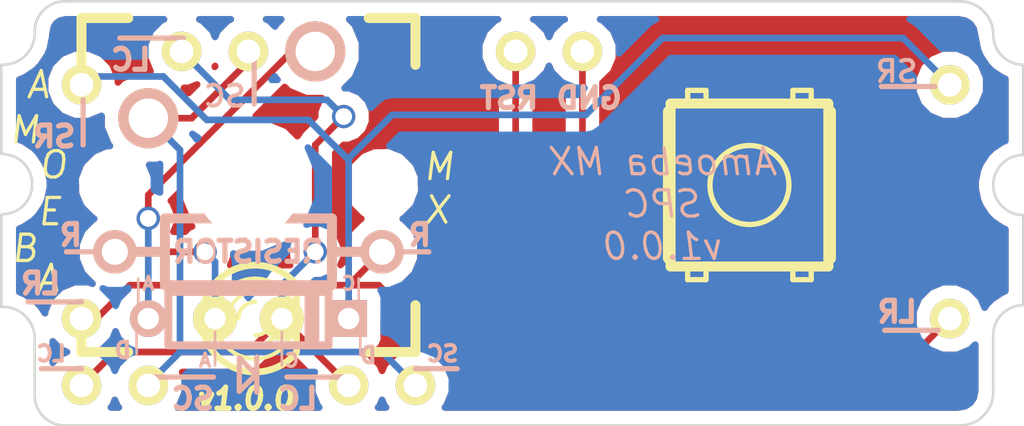
<source format=kicad_pcb>
(kicad_pcb (version 3) (host pcbnew "(2013-may-18)-stable")

  (general
    (links 14)
    (no_connects 0)
    (area 226.771288 96.874 284.480001 141.003)
    (thickness 1.6)
    (drawings 77)
    (tracks 60)
    (zones 0)
    (modules 17)
    (nets 9)
  )

  (page A3)
  (layers
    (15 F.Cu signal hide)
    (0 B.Cu signal hide)
    (16 B.Adhes user hide)
    (17 F.Adhes user hide)
    (18 B.Paste user hide)
    (19 F.Paste user hide)
    (20 B.SilkS user)
    (21 F.SilkS user)
    (22 B.Mask user)
    (23 F.Mask user)
    (24 Dwgs.User user hide)
    (25 Cmts.User user hide)
    (26 Eco1.User user hide)
    (27 Eco2.User user hide)
    (28 Edge.Cuts user)
  )

  (setup
    (last_trace_width 0.254)
    (trace_clearance 0.254)
    (zone_clearance 0.508)
    (zone_45_only no)
    (trace_min 0.1524)
    (segment_width 0.1)
    (edge_width 0.1)
    (via_size 0.889)
    (via_drill 0.635)
    (via_min_size 0.889)
    (via_min_drill 0.508)
    (uvia_size 0.508)
    (uvia_drill 0.127)
    (uvias_allowed no)
    (uvia_min_size 0.508)
    (uvia_min_drill 0.127)
    (pcb_text_width 0.3)
    (pcb_text_size 1.5 1.5)
    (mod_edge_width 0.15)
    (mod_text_size 1 1)
    (mod_text_width 0.15)
    (pad_size 1.5 1.5)
    (pad_drill 0.6)
    (pad_to_mask_clearance 0)
    (aux_axis_origin 0 0)
    (visible_elements FFFFFB3F)
    (pcbplotparams
      (layerselection 284196865)
      (usegerberextensions true)
      (excludeedgelayer true)
      (linewidth 0.150000)
      (plotframeref false)
      (viasonmask false)
      (mode 1)
      (useauxorigin false)
      (hpglpennumber 1)
      (hpglpenspeed 20)
      (hpglpendiameter 15)
      (hpglpenoverlay 2)
      (psnegative false)
      (psa4output false)
      (plotreference true)
      (plotvalue true)
      (plotothertext true)
      (plotinvisibletext false)
      (padsonsilk false)
      (subtractmaskfromsilk false)
      (outputformat 1)
      (mirror false)
      (drillshape 0)
      (scaleselection 1)
      (outputdirectory gerber/))
  )

  (net 0 "")
  (net 1 /key:SPC/LC0)
  (net 2 /key:SPC/LR0)
  (net 3 /key:SPC/SC0)
  (net 4 /key:SPC/SR0)
  (net 5 N-0000010)
  (net 6 N-000004)
  (net 7 N-000006)
  (net 8 N-000009)

  (net_class Default "This is the default net class."
    (clearance 0.254)
    (trace_width 0.254)
    (via_dia 0.889)
    (via_drill 0.635)
    (uvia_dia 0.508)
    (uvia_drill 0.127)
    (add_net "")
    (add_net /key:SPC/LC0)
    (add_net /key:SPC/LR0)
    (add_net /key:SPC/SC0)
    (add_net /key:SPC/SR0)
    (add_net N-0000010)
    (add_net N-000004)
    (add_net N-000006)
    (add_net N-000009)
  )

  (module RESISTOR (layer B.Cu) (tedit 55DA79AE) (tstamp 55D92594)
    (at 248.92 113.03)
    (path /55D92FDB/55D93058)
    (fp_text reference R0 (at 0 0) (layer B.SilkS) hide
      (effects (font (size 1.27 1.016) (thickness 0.2032)) (justify mirror))
    )
    (fp_text value RESISTOR (at 0 0) (layer B.SilkS)
      (effects (font (size 0.8 0.8) (thickness 0.2)) (justify mirror))
    )
    (fp_line (start -3.175 1.27) (end 3.175 1.27) (layer Dwgs.User) (width 0.381))
    (fp_line (start 3.175 1.27) (end 3.175 -1.27) (layer Dwgs.User) (width 0.381))
    (fp_line (start 3.175 -1.27) (end -3.175 -1.27) (layer Dwgs.User) (width 0.381))
    (fp_line (start -3.175 -1.27) (end -3.175 1.27) (layer Dwgs.User) (width 0.381))
    (fp_line (start 0 0) (end 0 0) (layer Dwgs.User) (width 0.0254))
    (fp_line (start -3.175 1.27) (end 3.175 1.27) (layer Cmts.User) (width 0.381))
    (fp_line (start 3.175 1.27) (end 3.175 -1.27) (layer Cmts.User) (width 0.381))
    (fp_line (start 3.175 -1.27) (end -3.175 -1.27) (layer Cmts.User) (width 0.381))
    (fp_line (start -3.175 -1.27) (end -3.175 1.27) (layer Cmts.User) (width 0.381))
    (fp_line (start -3.175 1.27) (end 3.175 1.27) (layer B.SilkS) (width 0.381))
    (fp_line (start 3.175 1.27) (end 3.175 -1.27) (layer B.SilkS) (width 0.381))
    (fp_line (start 3.175 -1.27) (end -3.175 -1.27) (layer B.SilkS) (width 0.381))
    (fp_line (start -3.175 -1.27) (end -3.175 1.27) (layer B.SilkS) (width 0.381))
    (fp_line (start 5.08 0) (end 3.175 0) (layer B.SilkS) (width 0.381))
    (fp_line (start -5.08 0) (end -3.175 0) (layer B.SilkS) (width 0.381))
    (pad 1 thru_hole circle (at -5.08 0) (size 1.651 1.651) (drill 0.9906)
      (layers *.Cu *.SilkS *.Mask)
      (net 5 N-0000010)
    )
    (pad 2 thru_hole circle (at 5.08 0) (size 1.651 1.651) (drill 0.9906)
      (layers *.Cu *.SilkS *.Mask)
      (net 2 /key:SPC/LR0)
    )
  )

  (module Pad (layer F.Cu) (tedit 55D92829) (tstamp 55D92599)
    (at 248.92 105.41)
    (path /55D71CAE)
    (fp_text reference SC0:0 (at 0 -2.032 90) (layer F.SilkS) hide
      (effects (font (size 0.9 0.9) (thickness 0.15)))
    )
    (fp_text value CONN_1 (at 0 -5.207 90) (layer F.SilkS) hide
      (effects (font (size 0.9 0.9) (thickness 0.15)))
    )
    (pad 1 thru_hole circle (at 0 0) (size 1.5 1.5) (drill 0.9)
      (layers *.Cu *.Mask F.SilkS)
      (net 3 /key:SPC/SC0)
    )
  )

  (module Pad (layer F.Cu) (tedit 55D9283C) (tstamp 55D9259E)
    (at 246.38 105.41)
    (path /55D71CB4)
    (fp_text reference LC0:0 (at 0 -2.032 90) (layer F.SilkS) hide
      (effects (font (size 0.9 0.9) (thickness 0.15)))
    )
    (fp_text value CONN_1 (at 0 -5.207 90) (layer F.SilkS) hide
      (effects (font (size 0.9 0.9) (thickness 0.15)))
    )
    (pad 1 thru_hole circle (at 0 0) (size 1.5 1.5) (drill 0.9)
      (layers *.Cu *.Mask F.SilkS)
      (net 1 /key:SPC/LC0)
    )
  )

  (module Pad (layer F.Cu) (tedit 55D9292A) (tstamp 55D925A3)
    (at 242.57 115.57)
    (path /55D71CBA)
    (fp_text reference LR0:0 (at 0 -2.032 90) (layer F.SilkS) hide
      (effects (font (size 0.9 0.9) (thickness 0.15)))
    )
    (fp_text value CONN_1 (at 0 -5.207 90) (layer F.SilkS) hide
      (effects (font (size 0.9 0.9) (thickness 0.15)))
    )
    (pad 1 thru_hole circle (at 0 0) (size 1.5 1.5) (drill 0.9)
      (layers *.Cu *.Mask F.SilkS)
      (net 2 /key:SPC/LR0)
    )
  )

  (module Pad (layer F.Cu) (tedit 55D929BA) (tstamp 55D925A8)
    (at 242.57 106.68)
    (path /55D71CC0)
    (fp_text reference SR0:0 (at 0 -2.032 90) (layer F.SilkS) hide
      (effects (font (size 0.9 0.9) (thickness 0.15)))
    )
    (fp_text value CONN_1 (at 0 -5.207 90) (layer F.SilkS) hide
      (effects (font (size 0.9 0.9) (thickness 0.15)))
    )
    (pad 1 thru_hole circle (at 0 0) (size 1.5 1.5) (drill 0.9)
      (layers *.Cu *.Mask F.SilkS)
      (net 4 /key:SPC/SR0)
    )
  )

  (module Pad (layer F.Cu) (tedit 55D9290C) (tstamp 55D925AD)
    (at 242.57 118.11)
    (path /55D71CC6)
    (fp_text reference LC0:1 (at 0 -2.032 90) (layer F.SilkS) hide
      (effects (font (size 0.9 0.9) (thickness 0.15)))
    )
    (fp_text value CONN_1 (at 0 -5.207 90) (layer F.SilkS) hide
      (effects (font (size 0.9 0.9) (thickness 0.15)))
    )
    (pad 1 thru_hole circle (at 0 0) (size 1.5 1.5) (drill 0.9)
      (layers *.Cu *.Mask F.SilkS)
      (net 1 /key:SPC/LC0)
    )
  )

  (module Pad (layer F.Cu) (tedit 55D92909) (tstamp 55D925B2)
    (at 245.11 118.11)
    (path /55D71CCC)
    (fp_text reference SC0:1 (at 0 -2.032 90) (layer F.SilkS) hide
      (effects (font (size 0.9 0.9) (thickness 0.15)))
    )
    (fp_text value CONN_1 (at 0 -5.207 90) (layer F.SilkS) hide
      (effects (font (size 0.9 0.9) (thickness 0.15)))
    )
    (pad 1 thru_hole circle (at 0 0) (size 1.5 1.5) (drill 0.9)
      (layers *.Cu *.Mask F.SilkS)
      (net 3 /key:SPC/SC0)
    )
  )

  (module Pad (layer F.Cu) (tedit 55D929D0) (tstamp 55D925B7)
    (at 275.59 106.68)
    (path /55D8D15B)
    (fp_text reference SR0:1 (at 0 -2.032 90) (layer F.SilkS) hide
      (effects (font (size 0.9 0.9) (thickness 0.15)))
    )
    (fp_text value CONN_1 (at 0 -5.207 90) (layer F.SilkS) hide
      (effects (font (size 0.9 0.9) (thickness 0.15)))
    )
    (pad 1 thru_hole circle (at 0 0) (size 1.5 1.5) (drill 0.9)
      (layers *.Cu *.Mask F.SilkS)
      (net 4 /key:SPC/SR0)
    )
  )

  (module Pad (layer F.Cu) (tedit 55D9287D) (tstamp 55D925BC)
    (at 275.59 115.57)
    (path /55D8D161)
    (fp_text reference LR0:1 (at 0 -2.032 90) (layer F.SilkS) hide
      (effects (font (size 0.9 0.9) (thickness 0.15)))
    )
    (fp_text value CONN_1 (at 0 -5.207 90) (layer F.SilkS) hide
      (effects (font (size 0.9 0.9) (thickness 0.15)))
    )
    (pad 1 thru_hole circle (at 0 0) (size 1.5 1.5) (drill 0.9)
      (layers *.Cu *.Mask F.SilkS)
      (net 2 /key:SPC/LR0)
    )
  )

  (module Pad (layer F.Cu) (tedit 55DA42A5) (tstamp 55D925C1)
    (at 259.08 105.41 90)
    (path /55D94E53)
    (fp_text reference RST0 (at 0 -2.032 180) (layer F.SilkS) hide
      (effects (font (size 0.9 0.9) (thickness 0.15)))
    )
    (fp_text value CONN_1 (at 0 -5.207 180) (layer F.SilkS) hide
      (effects (font (size 0.9 0.9) (thickness 0.15)))
    )
    (pad 1 thru_hole circle (at 0 0 90) (size 1.5 1.5) (drill 0.9)
      (layers *.Cu *.Mask F.SilkS)
      (net 7 N-000006)
    )
  )

  (module Pad (layer F.Cu) (tedit 55DA42AA) (tstamp 55D925C6)
    (at 261.62 105.41 90)
    (path /55D94E8E)
    (fp_text reference GND0 (at 0 -2.032 180) (layer F.SilkS) hide
      (effects (font (size 0.9 0.9) (thickness 0.15)))
    )
    (fp_text value CONN_1 (at 0 -5.207 180) (layer F.SilkS) hide
      (effects (font (size 0.9 0.9) (thickness 0.15)))
    )
    (pad 1 thru_hole circle (at 0 0 90) (size 1.5 1.5) (drill 0.9)
      (layers *.Cu *.Mask F.SilkS)
      (net 6 N-000004)
    )
  )

  (module LED-3MM (layer F.Cu) (tedit 55DA799A) (tstamp 55D925DF)
    (at 248.92 115.57)
    (descr "LED 3mm - Lead pitch 100mil (2,54mm)")
    (tags "LED led 3mm 3MM 100mil 2,54mm")
    (path /55D92FDB/55D93052)
    (fp_text reference L0 (at 1.778 -2.794) (layer F.SilkS) hide
      (effects (font (size 0.762 0.762) (thickness 0.0889)))
    )
    (fp_text value LED (at 0 2.54) (layer F.SilkS) hide
      (effects (font (size 0.762 0.762) (thickness 0.0889)))
    )
    (fp_line (start 1.8288 1.27) (end 1.8288 -1.27) (layer F.SilkS) (width 0.254))
    (fp_arc (start 0.254 0) (end -1.27 0) (angle 39.8) (layer F.SilkS) (width 0.1524))
    (fp_arc (start 0.254 0) (end -0.88392 1.01092) (angle 41.6) (layer F.SilkS) (width 0.1524))
    (fp_arc (start 0.254 0) (end 1.4097 -0.9906) (angle 40.6) (layer F.SilkS) (width 0.1524))
    (fp_arc (start 0.254 0) (end 1.778 0) (angle 39.8) (layer F.SilkS) (width 0.1524))
    (fp_arc (start 0.254 0) (end 0.254 -1.524) (angle 54.4) (layer F.SilkS) (width 0.1524))
    (fp_arc (start 0.254 0) (end -0.9652 -0.9144) (angle 53.1) (layer F.SilkS) (width 0.1524))
    (fp_arc (start 0.254 0) (end 1.45542 0.93472) (angle 52.1) (layer F.SilkS) (width 0.1524))
    (fp_arc (start 0.254 0) (end 0.254 1.524) (angle 52.1) (layer F.SilkS) (width 0.1524))
    (fp_arc (start 0.254 0) (end -0.381 0) (angle 90) (layer F.SilkS) (width 0.1524))
    (fp_arc (start 0.254 0) (end -0.762 0) (angle 90) (layer F.SilkS) (width 0.1524))
    (fp_arc (start 0.254 0) (end 0.889 0) (angle 90) (layer F.SilkS) (width 0.1524))
    (fp_arc (start 0.254 0) (end 1.27 0) (angle 90) (layer F.SilkS) (width 0.1524))
    (fp_arc (start 0.254 0) (end 0.254 -2.032) (angle 50.1) (layer F.SilkS) (width 0.254))
    (fp_arc (start 0.254 0) (end -1.5367 -0.95504) (angle 61.9) (layer F.SilkS) (width 0.254))
    (fp_arc (start 0.254 0) (end 1.8034 1.31064) (angle 49.7) (layer F.SilkS) (width 0.254))
    (fp_arc (start 0.254 0) (end 0.254 2.032) (angle 60.2) (layer F.SilkS) (width 0.254))
    (fp_arc (start 0.254 0) (end -1.778 0) (angle 28.3) (layer F.SilkS) (width 0.254))
    (fp_arc (start 0.254 0) (end -1.47574 1.06426) (angle 31.6) (layer F.SilkS) (width 0.254))
    (pad 1 thru_hole circle (at -1.27 0) (size 1.6764 1.6764) (drill 0.8128)
      (layers *.Cu *.Mask F.SilkS)
      (net 5 N-0000010)
    )
    (pad 2 thru_hole circle (at 1.27 0) (size 1.6764 1.6764) (drill 0.8128)
      (layers *.Cu *.Mask F.SilkS)
      (net 1 /key:SPC/LC0)
    )
    (model discret/leds/led3_vertical_verde.wrl
      (at (xyz 0 0 0))
      (scale (xyz 1 1 1))
      (rotate (xyz 0 0 0))
    )
  )

  (module D3 (layer B.Cu) (tedit 55D926F4) (tstamp 55D925EF)
    (at 248.92 115.57)
    (descr "Diode 3 pas")
    (tags "DIODE DEV")
    (path /55D92FDB/55D9304C)
    (fp_text reference D0 (at 0 0) (layer B.SilkS) hide
      (effects (font (size 1.016 1.016) (thickness 0.2032)) (justify mirror))
    )
    (fp_text value DIODE (at 0 0) (layer B.SilkS) hide
      (effects (font (size 1.016 1.016) (thickness 0.2032)) (justify mirror))
    )
    (fp_line (start 3.81 0) (end 3.048 0) (layer B.SilkS) (width 0.3048))
    (fp_line (start 3.048 0) (end 3.048 1.016) (layer B.SilkS) (width 0.3048))
    (fp_line (start 3.048 1.016) (end -3.048 1.016) (layer B.SilkS) (width 0.3048))
    (fp_line (start -3.048 1.016) (end -3.048 0) (layer B.SilkS) (width 0.3048))
    (fp_line (start -3.048 0) (end -3.81 0) (layer B.SilkS) (width 0.3048))
    (fp_line (start -3.048 0) (end -3.048 -1.016) (layer B.SilkS) (width 0.3048))
    (fp_line (start -3.048 -1.016) (end 3.048 -1.016) (layer B.SilkS) (width 0.3048))
    (fp_line (start 3.048 -1.016) (end 3.048 0) (layer B.SilkS) (width 0.3048))
    (fp_line (start 2.54 1.016) (end 2.54 -1.016) (layer B.SilkS) (width 0.3048))
    (fp_line (start 2.286 -1.016) (end 2.286 1.016) (layer B.SilkS) (width 0.3048))
    (pad 2 thru_hole rect (at 3.81 0) (size 1.397 1.397) (drill 0.8128)
      (layers *.Cu *.Mask B.SilkS)
      (net 4 /key:SPC/SR0)
    )
    (pad 1 thru_hole circle (at -3.81 0) (size 1.397 1.397) (drill 0.8128)
      (layers *.Cu *.Mask B.SilkS)
      (net 8 N-000009)
    )
    (model discret/diode.wrl
      (at (xyz 0 0 0))
      (scale (xyz 0.3 0.3 0.3))
      (rotate (xyz 0 0 0))
    )
  )

  (module CHERRY_PCB_100H (layer F.Cu) (tedit 55D9280E) (tstamp 55D9260D)
    (at 248.92 110.49)
    (path /55D92FDB/55D93046)
    (fp_text reference S0 (at 0 3.175) (layer F.SilkS) hide
      (effects (font (size 1.27 1.524) (thickness 0.2032)))
    )
    (fp_text value MX1A (at 0 5.08) (layer F.SilkS) hide
      (effects (font (size 1.27 1.524) (thickness 0.2032)))
    )
    (fp_text user 1.00u (at -5.715 8.255) (layer Dwgs.User) hide
      (effects (font (size 1.524 1.524) (thickness 0.3048)))
    )
    (fp_line (start -6.35 -6.35) (end 6.35 -6.35) (layer Cmts.User) (width 0.1524))
    (fp_line (start 6.35 -6.35) (end 6.35 6.35) (layer Cmts.User) (width 0.1524))
    (fp_line (start 6.35 6.35) (end -6.35 6.35) (layer Cmts.User) (width 0.1524))
    (fp_line (start -6.35 6.35) (end -6.35 -6.35) (layer Cmts.User) (width 0.1524))
    (fp_line (start -9.398 -9.398) (end 9.398 -9.398) (layer Dwgs.User) (width 0.1524))
    (fp_line (start 9.398 -9.398) (end 9.398 9.398) (layer Dwgs.User) (width 0.1524))
    (fp_line (start 9.398 9.398) (end -9.398 9.398) (layer Dwgs.User) (width 0.1524))
    (fp_line (start -9.398 9.398) (end -9.398 -9.398) (layer Dwgs.User) (width 0.1524))
    (fp_line (start -6.35 -6.35) (end -4.572 -6.35) (layer F.SilkS) (width 0.381))
    (fp_line (start 4.572 -6.35) (end 6.35 -6.35) (layer F.SilkS) (width 0.381))
    (fp_line (start 6.35 -6.35) (end 6.35 -4.572) (layer F.SilkS) (width 0.381))
    (fp_line (start 6.35 4.572) (end 6.35 6.35) (layer F.SilkS) (width 0.381))
    (fp_line (start 6.35 6.35) (end 4.572 6.35) (layer F.SilkS) (width 0.381))
    (fp_line (start -4.572 6.35) (end -6.35 6.35) (layer F.SilkS) (width 0.381))
    (fp_line (start -6.35 6.35) (end -6.35 4.572) (layer F.SilkS) (width 0.381))
    (fp_line (start -6.35 -4.572) (end -6.35 -6.35) (layer F.SilkS) (width 0.381))
    (fp_line (start -6.985 -6.985) (end 6.985 -6.985) (layer Eco2.User) (width 0.1524))
    (fp_line (start 6.985 -6.985) (end 6.985 6.985) (layer Eco2.User) (width 0.1524))
    (fp_line (start 6.985 6.985) (end -6.985 6.985) (layer Eco2.User) (width 0.1524))
    (fp_line (start -6.985 6.985) (end -6.985 -6.985) (layer Eco2.User) (width 0.1524))
    (pad 1 thru_hole circle (at 2.54 -5.08) (size 2.286 2.286) (drill 1.4986)
      (layers *.Cu *.SilkS *.Mask)
      (net 8 N-000009)
    )
    (pad 2 thru_hole circle (at -3.81 -2.54) (size 2.286 2.286) (drill 1.4986)
      (layers *.Cu *.SilkS *.Mask)
      (net 3 /key:SPC/SC0)
    )
    (pad "" np_thru_hole circle (at 0 0) (size 3.9878 3.9878) (drill 3.9878)
      (layers *.Cu *.Mask F.SilkS)
    )
    (pad "" np_thru_hole circle (at -5.08 0) (size 1.7018 1.7018) (drill 1.7018)
      (layers *.Cu *.Mask F.SilkS)
    )
    (pad "" np_thru_hole circle (at 5.08 0) (size 1.7018 1.7018) (drill 1.7018)
      (layers *.Cu *.Mask F.SilkS)
    )
  )

  (module Pad (layer F.Cu) (tedit 55D928EE) (tstamp 55D927CD)
    (at 255.27 118.11)
    (path /55D928B8)
    (fp_text reference SC0:2 (at 0 -2.032 90) (layer F.SilkS) hide
      (effects (font (size 0.9 0.9) (thickness 0.15)))
    )
    (fp_text value CONN_1 (at 0 -5.207 90) (layer F.SilkS) hide
      (effects (font (size 0.9 0.9) (thickness 0.15)))
    )
    (pad 1 thru_hole circle (at 0 0) (size 1.5 1.5) (drill 0.9)
      (layers *.Cu *.Mask F.SilkS)
      (net 3 /key:SPC/SC0)
    )
  )

  (module Pad (layer F.Cu) (tedit 55D928EA) (tstamp 55D927D2)
    (at 252.73 118.11)
    (path /55D928BE)
    (fp_text reference LC0:2 (at 0 -2.032 90) (layer F.SilkS) hide
      (effects (font (size 0.9 0.9) (thickness 0.15)))
    )
    (fp_text value CONN_1 (at 0 -5.207 90) (layer F.SilkS) hide
      (effects (font (size 0.9 0.9) (thickness 0.15)))
    )
    (pad 1 thru_hole circle (at 0 0) (size 1.5 1.5) (drill 0.9)
      (layers *.Cu *.Mask F.SilkS)
      (net 1 /key:SPC/LC0)
    )
  )

  (module DTSJW-66N (layer F.Cu) (tedit 55DA3D1E) (tstamp 55E05A83)
    (at 267.97 110.49 90)
    (descr http://www.dip.com.tw/PDF/DTSJW-6-V.pdf)
    (tags "microswitch tact")
    (path /55D9E80C)
    (fp_text reference S1 (at 0.09906 -4.8006 90) (layer F.SilkS) hide
      (effects (font (size 1.524 1.524) (thickness 0.3048)))
    )
    (fp_text value 10-XX (at 0.09906 4.8006 90) (layer F.SilkS) hide
      (effects (font (size 1.524 1.524) (thickness 0.3048)))
    )
    (fp_circle (center 0 0) (end 1.50114 0) (layer F.SilkS) (width 0.20066))
    (fp_line (start -3.0988 -2.3495) (end -3.59918 -2.3495) (layer F.SilkS) (width 0.20066))
    (fp_line (start -3.59918 -2.3495) (end -3.59918 -1.651) (layer F.SilkS) (width 0.20066))
    (fp_line (start -3.59918 -1.651) (end -3.0988 -1.651) (layer F.SilkS) (width 0.20066))
    (fp_line (start -3.59918 2.3495) (end -3.0988 2.3495) (layer F.SilkS) (width 0.20066))
    (fp_line (start -3.59918 1.651) (end -3.59918 2.3495) (layer F.SilkS) (width 0.20066))
    (fp_line (start -3.0988 1.651) (end -3.59918 1.651) (layer F.SilkS) (width 0.20066))
    (fp_line (start 3.0988 1.651) (end 3.59918 1.651) (layer F.SilkS) (width 0.20066))
    (fp_line (start 3.59918 1.651) (end 3.59918 2.3495) (layer F.SilkS) (width 0.20066))
    (fp_line (start 3.59918 2.3495) (end 3.0988 2.3495) (layer F.SilkS) (width 0.20066))
    (fp_line (start 3.0988 -2.3495) (end 3.59918 -2.3495) (layer F.SilkS) (width 0.20066))
    (fp_line (start 3.59918 -2.3495) (end 3.59918 -1.651) (layer F.SilkS) (width 0.20066))
    (fp_line (start 3.59918 -1.651) (end 3.0988 -1.651) (layer F.SilkS) (width 0.20066))
    (fp_line (start -2.79908 3.0988) (end 2.79908 3.0988) (layer F.SilkS) (width 0.381))
    (fp_line (start -2.79908 -3.0988) (end 2.79908 -3.0988) (layer F.SilkS) (width 0.381))
    (fp_line (start -3.0988 -2.99974) (end 3.0988 -2.99974) (layer F.SilkS) (width 0.381))
    (fp_line (start 3.0988 -2.99974) (end 3.0988 2.99974) (layer F.SilkS) (width 0.381))
    (fp_line (start 3.0988 2.99974) (end -3.0988 2.99974) (layer F.SilkS) (width 0.381))
    (fp_line (start -3.0988 2.99974) (end -3.0988 -2.99974) (layer F.SilkS) (width 0.381))
    (pad 1 smd rect (at -3.1496 -2.00152 90) (size 2.30124 1.39954)
      (layers F.Cu F.Paste F.Mask)
      (net 6 N-000004)
    )
    (pad 4 smd rect (at 3.1496 1.99898 90) (size 2.30124 1.39954)
      (layers F.Cu F.Paste F.Mask)
    )
    (pad 2 smd rect (at 3.1496 -1.99898 90) (size 2.30124 1.39954)
      (layers F.Cu F.Paste F.Mask)
    )
    (pad 3 smd rect (at -3.1496 1.99898 90) (size 2.30124 1.39954)
      (layers F.Cu F.Paste F.Mask)
      (net 7 N-000006)
    )
  )

  (gr_line (start 249.1359 107.4166) (end 249.1359 105.7021) (angle 90) (layer B.SilkS) (width 0.2) (tstamp 55DA78DD))
  (gr_line (start 275.0185 106.7435) (end 272.9865 106.7435) (angle 90) (layer B.SilkS) (width 0.2) (tstamp 55E05B4B))
  (gr_text GND (at 261.874 107.188) (layer B.SilkS)
    (effects (font (size 0.8 0.8) (thickness 0.2)) (justify mirror))
  )
  (gr_text RST (at 258.826 107.188) (layer B.SilkS)
    (effects (font (size 0.8 0.8) (thickness 0.2)) (justify mirror))
  )
  (dimension 19.05 (width 0.3) (layer Cmts.User)
    (gr_text "19.050 mm" (at 258.445 123.269999) (layer Cmts.User)
      (effects (font (size 1.5 1.5) (thickness 0.3)))
    )
    (feature1 (pts (xy 267.97 110.49) (xy 267.97 124.619999)))
    (feature2 (pts (xy 248.92 110.49) (xy 248.92 124.619999)))
    (crossbar (pts (xy 248.92 121.919999) (xy 267.97 121.919999)))
    (arrow1a (pts (xy 267.97 121.919999) (xy 266.843497 122.506419)))
    (arrow1b (pts (xy 267.97 121.919999) (xy 266.843497 121.333579)))
    (arrow2a (pts (xy 248.92 121.919999) (xy 250.046503 122.506419)))
    (arrow2b (pts (xy 248.92 121.919999) (xy 250.046503 121.333579)))
  )
  (gr_line (start 275.971 103.505) (end 241.935 103.505) (angle 90) (layer Edge.Cuts) (width 0.1))
  (gr_line (start 275.971 119.634) (end 241.935 119.634) (angle 90) (layer Edge.Cuts) (width 0.1))
  (dimension 38.989 (width 0.3) (layer Cmts.User)
    (gr_text "1.5350 in" (at 259.0165 139.652999) (layer Cmts.User)
      (effects (font (size 1.5 1.5) (thickness 0.3)))
    )
    (feature1 (pts (xy 278.511 119.634) (xy 278.511 141.002999)))
    (feature2 (pts (xy 239.522 119.634) (xy 239.522 141.002999)))
    (crossbar (pts (xy 239.522 138.302999) (xy 278.511 138.302999)))
    (arrow1a (pts (xy 278.511 138.302999) (xy 277.384497 138.889419)))
    (arrow1b (pts (xy 278.511 138.302999) (xy 277.384497 137.716579)))
    (arrow2a (pts (xy 239.522 138.302999) (xy 240.648503 138.889419)))
    (arrow2b (pts (xy 239.522 138.302999) (xy 240.648503 137.716579)))
  )
  (dimension 16.51 (width 0.3) (layer Cmts.User)
    (gr_text "0.6500 in" (at 232.457001 111.633 270) (layer Cmts.User)
      (effects (font (size 1.5 1.5) (thickness 0.3)))
    )
    (feature1 (pts (xy 239.268 119.888) (xy 231.107001 119.888)))
    (feature2 (pts (xy 239.268 103.378) (xy 231.107001 103.378)))
    (crossbar (pts (xy 233.807001 103.378) (xy 233.807001 119.888)))
    (arrow1a (pts (xy 233.807001 119.888) (xy 233.220581 118.761497)))
    (arrow1b (pts (xy 233.807001 119.888) (xy 234.393421 118.761497)))
    (arrow2a (pts (xy 233.807001 103.378) (xy 233.220581 104.504503)))
    (arrow2b (pts (xy 233.807001 103.378) (xy 234.393421 104.504503)))
  )
  (dimension 35.56 (width 0.3) (layer Cmts.User)
    (gr_text "35.560 mm" (at 266.7 133.429999) (layer Cmts.User)
      (effects (font (size 1.5 1.5) (thickness 0.3)))
    )
    (feature1 (pts (xy 284.48 110.49) (xy 284.48 134.779999)))
    (feature2 (pts (xy 248.92 110.49) (xy 248.92 134.779999)))
    (crossbar (pts (xy 248.92 132.079999) (xy 284.48 132.079999)))
    (arrow1a (pts (xy 284.48 132.079999) (xy 283.353497 132.666419)))
    (arrow1b (pts (xy 284.48 132.079999) (xy 283.353497 131.493579)))
    (arrow2a (pts (xy 248.92 132.079999) (xy 250.046503 132.666419)))
    (arrow2b (pts (xy 248.92 132.079999) (xy 250.046503 131.493579)))
  )
  (gr_text "Amoeba MX\nSPC\nv1.0.0" (at 264.7188 111.2139) (layer B.SilkS) (tstamp 55D65C78)
    (effects (font (size 1 1) (thickness 0.125) italic) (justify mirror))
  )
  (gr_line (start 250.19 116.078) (end 250.19 117.348) (angle 90) (layer B.SilkS) (width 0.1) (tstamp 55D5B17C))
  (gr_line (start 247.65 116.078) (end 247.65 117.348) (angle 90) (layer B.SilkS) (width 0.1) (tstamp 55D5B166))
  (gr_text A (at 245.11 114.2365) (layer B.SilkS) (tstamp 55D545D8)
    (effects (font (size 0.5 0.5) (thickness 0.125)) (justify mirror))
  )
  (gr_line (start 244.729 114.046) (end 244.729 115.316) (angle 90) (layer B.SilkS) (width 0.1) (tstamp 55D5B116))
  (gr_line (start 253.111 114.046) (end 253.111 115.316) (angle 90) (layer B.SilkS) (width 0.1))
  (gr_line (start 244.0305 104.902) (end 246.4435 104.902) (angle 90) (layer B.SilkS) (width 0.2))
  (gr_line (start 242.6335 108.966) (end 242.6335 107.2515) (angle 90) (layer B.SilkS) (width 0.2))
  (gr_text X (at 256.0955 111.4425) (layer F.SilkS)
    (effects (font (size 1 1) (thickness 0.125) italic))
  )
  (gr_text M (at 256.159 109.7915) (layer F.SilkS) (tstamp 55D5AE23)
    (effects (font (size 1 1) (thickness 0.125) italic))
  )
  (gr_text v1.0.0 (at 248.793 118.618) (layer F.SilkS)
    (effects (font (size 0.8 0.8) (thickness 0.2) italic))
  )
  (gr_text B (at 240.411 112.903) (layer F.SilkS) (tstamp 55D54F2D)
    (effects (font (size 1 1) (thickness 0.125) italic))
  )
  (gr_text O (at 241.4905 109.728) (layer F.SilkS) (tstamp 55D54F22)
    (effects (font (size 1 1) (thickness 0.125) italic))
  )
  (gr_text A (at 241.3 114.046) (layer F.SilkS) (tstamp 55D54F21)
    (effects (font (size 1 1) (thickness 0.125) italic))
  )
  (gr_text E (at 241.3635 111.506) (layer F.SilkS) (tstamp 55D54F1A)
    (effects (font (size 1 1) (thickness 0.125) italic))
  )
  (gr_text M (at 240.411 108.3945) (layer F.SilkS) (tstamp 55D54F12)
    (effects (font (size 1 1) (thickness 0.125) italic))
  )
  (gr_text A (at 240.919 106.68) (layer F.SilkS)
    (effects (font (size 1 1) (thickness 0.125) italic))
  )
  (gr_text D (at 253.873 116.967) (layer B.SilkS) (tstamp 55D547D8)
    (effects (font (size 0.6 0.6) (thickness 0.15)) (justify left mirror))
  )
  (gr_line (start 253.1745 116.967) (end 253.1745 115.951) (angle 90) (layer B.SilkS) (width 0.1) (tstamp 55D547D7))
  (gr_line (start 244.6655 116.9035) (end 244.6655 115.8875) (angle 90) (layer B.SilkS) (width 0.1))
  (gr_text D (at 244.5385 116.7765) (layer B.SilkS) (tstamp 55D54786)
    (effects (font (size 0.6 0.6) (thickness 0.15)) (justify left mirror))
  )
  (gr_line (start 241.9985 113.03) (end 243.586 113.03) (angle 90) (layer B.SilkS) (width 0.2))
  (gr_text R (at 242.697 112.395) (layer B.SilkS) (tstamp 55D54716)
    (effects (font (size 0.8 0.8) (thickness 0.2)) (justify left mirror))
  )
  (gr_line (start 255.778 113.03) (end 254.635 113.03) (angle 90) (layer B.SilkS) (width 0.2))
  (gr_text R (at 255.9685 112.395) (layer B.SilkS) (tstamp 55D546D8)
    (effects (font (size 0.8 0.8) (thickness 0.2)) (justify left mirror))
  )
  (gr_text A (at 247.269 117.1575) (layer B.SilkS) (tstamp 55D54679)
    (effects (font (size 0.5 0.5) (thickness 0.125)) (justify mirror))
  )
  (gr_text C (at 250.571 117.1575) (layer B.SilkS) (tstamp 55D5466B)
    (effects (font (size 0.5 0.5) (thickness 0.125)) (justify mirror))
  )
  (gr_text C (at 252.73 114.2365) (layer B.SilkS)
    (effects (font (size 0.5 0.5) (thickness 0.125)) (justify mirror))
  )
  (gr_line (start 247.5865 117.7925) (end 245.11 117.7925) (angle 90) (layer B.SilkS) (width 0.2))
  (gr_line (start 249.2375 117.0305) (end 249.2375 118.364) (angle 90) (layer B.SilkS) (width 0.2))
  (gr_line (start 256.8575 117.475) (end 255.27 117.475) (angle 90) (layer B.SilkS) (width 0.2))
  (gr_line (start 241.046 117.475) (end 242.57 117.475) (angle 90) (layer B.SilkS) (width 0.2))
  (gr_line (start 240.538 114.935) (end 242.57 114.935) (angle 90) (layer B.SilkS) (width 0.2))
  (gr_line (start 275.1455 116.0145) (end 273.1135 116.0145) (angle 90) (layer B.SilkS) (width 0.2))
  (gr_line (start 250.3805 117.7925) (end 252.603 117.7925) (angle 90) (layer B.SilkS) (width 0.2))
  (gr_line (start 248.57075 118.33225) (end 248.57075 118.01475) (angle 90) (layer B.SilkS) (width 0.2))
  (gr_line (start 249.20575 117.69725) (end 248.57075 118.33225) (angle 90) (layer B.SilkS) (width 0.2))
  (gr_line (start 248.57075 117.06225) (end 249.20575 117.69725) (angle 90) (layer B.SilkS) (width 0.2))
  (gr_line (start 248.57075 118.07825) (end 248.57075 117.06225) (angle 90) (layer B.SilkS) (width 0.2))
  (gr_text SR (at 242.443 108.6485) (layer B.SilkS) (tstamp 55D5404B)
    (effects (font (size 0.8 0.8) (thickness 0.2)) (justify left mirror))
  )
  (gr_text SC (at 248.8946 107.1118) (layer B.SilkS) (tstamp 55D54042)
    (effects (font (size 0.8 0.8) (thickness 0.15)) (justify left mirror))
  )
  (gr_text SC (at 256.9845 116.9035) (layer B.SilkS) (tstamp 55D5403C)
    (effects (font (size 0.6 0.6) (thickness 0.15)) (justify left mirror))
  )
  (gr_text LC (at 251.6505 118.618) (layer B.SilkS) (tstamp 55D54036)
    (effects (font (size 0.8 0.8) (thickness 0.2)) (justify left mirror))
  )
  (gr_text LC (at 242.062 116.9035) (layer B.SilkS) (tstamp 55D5402F)
    (effects (font (size 0.6 0.6) (thickness 0.15)) (justify left mirror))
  )
  (gr_text LR (at 274.447 115.316) (layer B.SilkS) (tstamp 55D54025)
    (effects (font (size 0.8 0.8) (thickness 0.2)) (justify left mirror))
  )
  (gr_text SR (at 274.447 106.172) (layer B.SilkS) (tstamp 55D53FE0)
    (effects (font (size 0.8 0.8) (thickness 0.15)) (justify left mirror))
  )
  (gr_text SC (at 247.7135 118.618) (layer B.SilkS) (tstamp 55D53FDA)
    (effects (font (size 0.8 0.8) (thickness 0.2)) (justify left mirror))
  )
  (gr_text LC (at 245.3005 105.7275) (layer B.SilkS) (tstamp 55D53FD4)
    (effects (font (size 0.8 0.8) (thickness 0.2)) (justify left mirror))
  )
  (gr_text LR (at 241.8715 114.2365) (layer B.SilkS)
    (effects (font (size 0.8 0.8) (thickness 0.2)) (justify left mirror))
  )
  (gr_line (start 239.522 111.633) (end 239.522 115.1255) (angle 90) (layer Edge.Cuts) (width 0.1))
  (gr_arc (start 239.5855 116.332) (end 239.5855 115.1255) (angle 90) (layer Edge.Cuts) (width 0.1))
  (gr_line (start 239.522 109.2835) (end 239.522 105.918) (angle 90) (layer Edge.Cuts) (width 0.1))
  (gr_arc (start 239.5855 104.7115) (end 240.792 104.7115) (angle 90) (layer Edge.Cuts) (width 0.1))
  (gr_arc (start 239.55375 110.45825) (end 240.69675 110.45825) (angle 90) (layer Edge.Cuts) (width 0.1) (tstamp 55D51D24))
  (gr_arc (start 239.55375 110.45825) (end 239.55375 109.31525) (angle 90) (layer Edge.Cuts) (width 0.1) (tstamp 55D51D21))
  (gr_arc (start 278.384 110.49) (end 278.384 111.633) (angle 90) (layer Edge.Cuts) (width 0.1))
  (gr_line (start 278.384 115.062) (end 278.384 111.633) (angle 90) (layer Edge.Cuts) (width 0.1))
  (gr_line (start 278.384 105.918) (end 278.384 109.347) (angle 90) (layer Edge.Cuts) (width 0.1))
  (gr_arc (start 278.384 110.49) (end 277.241 110.49) (angle 90) (layer Edge.Cuts) (width 0.1) (tstamp 55D51C29))
  (gr_arc (start 278.384 104.775) (end 277.241 104.775) (angle -90) (layer Edge.Cuts) (width 0.1) (tstamp 55D3F70A))
  (gr_arc (start 275.971 104.775) (end 277.241 104.775) (angle -90) (layer Edge.Cuts) (width 0.1) (tstamp 55D3F709))
  (gr_arc (start 275.971 118.364) (end 277.241 118.364) (angle 90) (layer Edge.Cuts) (width 0.1) (tstamp 55D3F5B8))
  (gr_arc (start 278.384 116.205) (end 277.241 116.205) (angle 90) (layer Edge.Cuts) (width 0.1) (tstamp 55D3F5B7))
  (gr_line (start 277.241 118.364) (end 277.241 116.205) (angle 90) (layer Edge.Cuts) (width 0.1) (tstamp 55D3F5B6))
  (gr_line (start 240.792 116.332) (end 240.792 118.491) (angle 90) (layer Edge.Cuts) (width 0.1))
  (gr_arc (start 241.935 118.491) (end 240.792 118.491) (angle -90) (layer Edge.Cuts) (width 0.1) (tstamp 55D3F505))
  (gr_arc (start 241.935 104.648) (end 240.792 104.648) (angle 90) (layer Edge.Cuts) (width 0.1))

  (segment (start 251.9045 107.2515) (end 252.5395 107.8865) (width 0.254) (layer B.Cu) (net 1) (tstamp 55D40976))
  (via (at 252.5395 107.8865) (size 0.889) (layers F.Cu B.Cu) (net 1))
  (segment (start 246.38 105.41) (end 248.2215 107.2515) (width 0.254) (layer B.Cu) (net 1) (tstamp 55D405B4))
  (segment (start 248.2215 107.2515) (end 251.9045 107.2515) (width 0.254) (layer B.Cu) (net 1))
  (segment (start 252.5395 107.8865) (end 251.46 108.966) (width 0.254) (layer F.Cu) (net 1) (tstamp 55D4098E))
  (segment (start 251.46 108.966) (end 251.46 113.03) (width 0.254) (layer F.Cu) (net 1))
  (segment (start 250.19 114.3) (end 250.19 115.57) (width 0.254) (layer B.Cu) (net 1) (tstamp 55D5173D))
  (segment (start 251.46 113.03) (end 250.19 114.3) (width 0.254) (layer B.Cu) (net 1) (tstamp 55D5173C))
  (via (at 251.46 113.03) (size 0.889) (layers F.Cu B.Cu) (net 1))
  (segment (start 250.19 115.57) (end 252.73 118.11) (width 0.254) (layer F.Cu) (net 1))
  (segment (start 242.57 118.11) (end 243.84 116.84) (width 0.254) (layer F.Cu) (net 1))
  (segment (start 248.92 116.84) (end 244.602 116.84) (width 0.254) (layer F.Cu) (net 1) (tstamp 55D3E68E))
  (segment (start 248.92 116.84) (end 250.19 115.57) (width 0.254) (layer F.Cu) (net 1))
  (segment (start 243.84 116.84) (end 244.602 116.84) (width 0.254) (layer F.Cu) (net 1) (tstamp 55D3F09B))
  (segment (start 255.778 116.205) (end 257.683 118.11) (width 0.254) (layer F.Cu) (net 2))
  (segment (start 252.73 114.3) (end 253.873 114.3) (width 0.254) (layer F.Cu) (net 2) (tstamp 55D5177A))
  (segment (start 253.873 114.3) (end 255.778 116.205) (width 0.254) (layer F.Cu) (net 2))
  (segment (start 273.05 118.11) (end 275.59 115.57) (width 0.254) (layer F.Cu) (net 2) (tstamp 55E05B9A))
  (segment (start 257.683 118.11) (end 273.05 118.11) (width 0.254) (layer F.Cu) (net 2) (tstamp 55E05B99))
  (segment (start 245.618 114.3) (end 252.73 114.3) (width 0.254) (layer F.Cu) (net 2) (tstamp 55D51763))
  (segment (start 244.4115 114.3) (end 245.618 114.3) (width 0.254) (layer F.Cu) (net 2) (tstamp 55D517A8))
  (segment (start 252.73 114.3) (end 254 113.03) (width 0.254) (layer F.Cu) (net 2) (tstamp 55D5176E))
  (segment (start 242.57 115.5065) (end 243.205 115.5065) (width 0.254) (layer F.Cu) (net 2))
  (segment (start 243.205 115.5065) (end 244.4115 114.3) (width 0.254) (layer F.Cu) (net 2) (tstamp 55D5179C))
  (segment (start 246.3165 109.1565) (end 245.11 107.95) (width 0.254) (layer B.Cu) (net 3) (tstamp 55D40B52))
  (segment (start 248.92 105.41) (end 248.92 105.791) (width 0.254) (layer F.Cu) (net 3))
  (segment (start 246.761 107.95) (end 245.11 107.95) (width 0.254) (layer F.Cu) (net 3) (tstamp 55D40564))
  (segment (start 248.92 105.791) (end 246.761 107.95) (width 0.254) (layer F.Cu) (net 3) (tstamp 55D40563))
  (segment (start 246.3165 116.84) (end 246.3165 109.1565) (width 0.254) (layer B.Cu) (net 3) (tstamp 55D40B24))
  (segment (start 255.27 118.11) (end 254 116.84) (width 0.254) (layer B.Cu) (net 3))
  (segment (start 246.3165 116.84) (end 254 116.84) (width 0.254) (layer B.Cu) (net 3))
  (segment (start 245.11 118.11) (end 245.11 118.0465) (width 0.254) (layer B.Cu) (net 3))
  (segment (start 245.11 118.0465) (end 246.3165 116.84) (width 0.254) (layer B.Cu) (net 3) (tstamp 55D40B0A))
  (segment (start 252.73 109.5375) (end 252.73 109.474) (width 0.254) (layer B.Cu) (net 4))
  (segment (start 273.812 104.902) (end 275.59 106.68) (width 0.254) (layer B.Cu) (net 4) (tstamp 55E05B77))
  (segment (start 264.668 104.902) (end 273.812 104.902) (width 0.254) (layer B.Cu) (net 4) (tstamp 55E05B75))
  (segment (start 261.747 107.823) (end 264.668 104.902) (width 0.254) (layer B.Cu) (net 4) (tstamp 55E05B73))
  (segment (start 254.381 107.823) (end 261.747 107.823) (width 0.254) (layer B.Cu) (net 4) (tstamp 55E05B71))
  (segment (start 252.73 109.474) (end 254.381 107.823) (width 0.254) (layer B.Cu) (net 4) (tstamp 55E05B70))
  (segment (start 245.6815 106.3625) (end 242.8875 106.3625) (width 0.254) (layer B.Cu) (net 4))
  (segment (start 252.73 109.5375) (end 251.206 108.0135) (width 0.254) (layer B.Cu) (net 4) (tstamp 55D40946))
  (segment (start 247.3325 108.0135) (end 251.206 108.0135) (width 0.254) (layer B.Cu) (net 4))
  (segment (start 247.3325 108.0135) (end 245.6815 106.3625) (width 0.254) (layer B.Cu) (net 4))
  (segment (start 242.8875 106.3625) (end 242.57 106.68) (width 0.254) (layer B.Cu) (net 4) (tstamp 55D92A69))
  (segment (start 252.73 109.5375) (end 252.73 115.57) (width 0.254) (layer B.Cu) (net 4) (tstamp 55D4091C))
  (segment (start 247.65 113.411) (end 247.65 115.57) (width 0.254) (layer B.Cu) (net 5) (tstamp 55D516D9))
  (segment (start 247.269 113.03) (end 247.65 113.411) (width 0.254) (layer B.Cu) (net 5) (tstamp 55D516D8))
  (segment (start 243.84 113.03) (end 247.269 113.03) (width 0.254) (layer F.Cu) (net 5))
  (via (at 247.269 113.03) (size 0.889) (layers F.Cu B.Cu) (net 5))
  (segment (start 261.62 105.41) (end 261.62 109.29112) (width 0.254) (layer F.Cu) (net 6))
  (segment (start 261.62 109.29112) (end 265.96848 113.6396) (width 0.254) (layer F.Cu) (net 6) (tstamp 55E05B95))
  (segment (start 259.08 105.41) (end 259.08 114.935) (width 0.254) (layer F.Cu) (net 7))
  (segment (start 267.53058 116.078) (end 269.96898 113.6396) (width 0.254) (layer F.Cu) (net 7) (tstamp 55E05B91))
  (segment (start 260.223 116.078) (end 267.53058 116.078) (width 0.254) (layer F.Cu) (net 7) (tstamp 55E05B8F))
  (segment (start 259.08 114.935) (end 260.223 116.078) (width 0.254) (layer F.Cu) (net 7) (tstamp 55E05B8D))
  (segment (start 245.11 111.76) (end 245.11 115.57) (width 0.254) (layer B.Cu) (net 8) (tstamp 55D516B1))
  (via (at 245.11 111.76) (size 0.889) (layers F.Cu B.Cu) (net 8))
  (segment (start 245.11 110.871) (end 245.11 111.76) (width 0.254) (layer F.Cu) (net 8))
  (segment (start 250.571 105.41) (end 245.11 110.871) (width 0.254) (layer F.Cu) (net 8) (tstamp 55D4055B))
  (segment (start 251.46 105.41) (end 250.571 105.41) (width 0.254) (layer F.Cu) (net 8))

  (zone (net 0) (net_name "") (layer F.Cu) (tstamp 55D92CE7) (hatch edge 0.508)
    (connect_pads (clearance 0.508))
    (min_thickness 0.254)
    (fill (arc_segments 16) (thermal_gap 0.508) (thermal_bridge_width 0.508) (smoothing chamfer))
    (polygon
      (pts
        (xy 239.522 101.092) (xy 278.384 101.092) (xy 278.384 119.888) (xy 239.522 119.888)
      )
    )
    (filled_polygon
      (pts
        (xy 242.016872 116.839976) (xy 241.786486 116.93517) (xy 241.477 117.244116) (xy 241.477 116.435486) (xy 241.784437 116.743461)
        (xy 242.016872 116.839976)
      )
    )
    (filled_polygon
      (pts
        (xy 243.877053 116.078) (xy 243.858714 116.078) (xy 243.867906 116.055863) (xy 243.877053 116.078)
      )
    )
    (filled_polygon
      (pts
        (xy 243.990559 118.949) (xy 243.68993 118.949) (xy 243.743461 118.895563) (xy 243.839976 118.663127) (xy 243.93517 118.893514)
        (xy 243.990559 118.949)
      )
    )
    (filled_polygon
      (pts
        (xy 245.175312 109.728057) (xy 245.154158 109.749211) (xy 245.145386 109.728031) (xy 245.175312 109.728057)
      )
    )
    (filled_polygon
      (pts
        (xy 245.705805 104.19) (xy 245.596486 104.23517) (xy 245.206539 104.624437) (xy 244.995242 105.133298) (xy 244.994761 105.684285)
        (xy 245.196311 106.172074) (xy 244.757886 106.171692) (xy 244.10416 106.441806) (xy 243.955077 106.590628) (xy 243.955239 106.405715)
        (xy 243.74483 105.896486) (xy 243.355563 105.506539) (xy 242.846702 105.295242) (xy 242.295715 105.294761) (xy 241.786486 105.50517)
        (xy 241.396539 105.894437) (xy 241.185242 106.403298) (xy 241.184761 106.954285) (xy 241.39517 107.463514) (xy 241.784437 107.853461)
        (xy 242.293298 108.064758) (xy 242.844285 108.065239) (xy 243.332074 107.863688) (xy 243.331692 108.302114) (xy 243.601806 108.95584)
        (xy 243.649815 109.003933) (xy 243.545733 109.003843) (xy 243.513372 109.017214) (xy 243.478398 109.018777) (xy 243.055379 109.193997)
        (xy 243.050789 109.208349) (xy 242.999405 109.229581) (xy 242.58105 109.647207) (xy 242.558869 109.700623) (xy 242.543997 109.705379)
        (xy 242.454734 109.951408) (xy 242.354359 110.19314) (xy 242.354328 110.228153) (xy 242.342388 110.261064) (xy 242.354071 110.522519)
        (xy 242.353843 110.784267) (xy 242.367214 110.816627) (xy 242.368777 110.851602) (xy 242.543997 111.274621) (xy 242.558349 111.27921)
        (xy 242.579581 111.330595) (xy 242.997207 111.74895) (xy 243.050623 111.77113) (xy 243.051971 111.775344) (xy 243.013775 111.791127)
        (xy 242.602571 112.201614) (xy 242.379755 112.738214) (xy 242.379248 113.319237) (xy 242.601127 113.856225) (xy 242.988238 114.244013)
        (xy 242.846702 114.185242) (xy 242.295715 114.184761) (xy 241.786486 114.39517) (xy 241.396539 114.784437) (xy 241.185242 115.293298)
        (xy 241.185181 115.36271) (xy 241.007848 115.097814) (xy 240.818692 114.908988) (xy 240.816775 114.908195) (xy 240.42874 114.648429)
        (xy 240.427356 114.647048) (xy 240.207 114.555998) (xy 240.207 112.151988) (xy 240.371225 112.084133) (xy 240.742257 111.836685)
        (xy 240.931413 111.647859) (xy 240.932122 111.64615) (xy 241.177575 111.278108) (xy 241.178968 111.276719) (xy 241.281465 111.02988)
        (xy 241.368852 110.59255) (xy 241.368852 110.591786) (xy 241.369085 110.591224) (xy 241.368969 110.45825) (xy 241.369085 110.325276)
        (xy 241.368852 110.324713) (xy 241.368852 110.32395) (xy 241.281465 109.88662) (xy 241.178968 109.639781) (xy 241.177575 109.638391)
        (xy 240.932122 109.270349) (xy 240.931413 109.268641) (xy 240.742257 109.079815) (xy 240.371225 108.832367) (xy 240.207 108.764511)
        (xy 240.207 106.487501) (xy 240.427356 106.396452) (xy 240.42874 106.39507) (xy 240.816775 106.135304) (xy 240.818692 106.134512)
        (xy 241.007848 105.945686) (xy 241.269726 105.554499) (xy 241.372222 105.307659) (xy 241.372223 105.30571) (xy 241.463552 104.844471)
        (xy 241.463497 104.78276) (xy 241.463721 104.782223) (xy 241.524716 104.476972) (xy 241.619878 104.334281) (xy 241.76582 104.23695)
        (xy 242.000785 104.19) (xy 245.705805 104.19)
      )
    )
    (filled_polygon
      (pts
        (xy 246.777663 112.064995) (xy 246.658311 112.114311) (xy 246.504353 112.268) (xy 246.067925 112.268) (xy 246.189313 111.975668)
        (xy 246.189687 111.546216) (xy 246.025689 111.149311) (xy 245.967554 111.091075) (xy 246.290857 110.767773) (xy 246.290645 111.010626)
        (xy 246.295337 111.021981) (xy 246.295437 111.034273) (xy 246.679295 111.960986) (xy 246.684638 111.964162) (xy 246.690028 111.977207)
        (xy 246.777663 112.064995)
      )
    )
    (filled_polygon
      (pts
        (xy 246.967583 106.665786) (xy 246.638957 106.994412) (xy 246.618194 106.94416) (xy 246.469371 106.795077) (xy 246.654285 106.795239)
        (xy 246.967583 106.665786)
      )
    )
    (filled_polygon
      (pts
        (xy 247.655901 105.977468) (xy 247.635585 105.997784) (xy 247.649976 105.963127) (xy 247.655901 105.977468)
      )
    )
    (filled_polygon
      (pts
        (xy 248.245805 104.19) (xy 248.136486 104.23517) (xy 247.746539 104.624437) (xy 247.650023 104.856872) (xy 247.55483 104.626486)
        (xy 247.165563 104.236539) (xy 247.053484 104.19) (xy 248.245805 104.19)
      )
    )
    (filled_polygon
      (pts
        (xy 250.165462 104.19) (xy 249.953564 104.401529) (xy 249.929093 104.46046) (xy 249.705563 104.236539) (xy 249.593484 104.19)
        (xy 250.165462 104.19)
      )
    )
    (filled_polygon
      (pts
        (xy 250.50188 113.538) (xy 248.226925 113.538) (xy 248.348313 113.245668) (xy 248.34844 113.099198) (xy 248.394785 113.118442)
        (xy 248.407074 113.118452) (xy 248.418466 113.123063) (xy 248.929575 113.118908) (xy 249.440626 113.119355) (xy 249.451981 113.114662)
        (xy 249.464273 113.114563) (xy 250.390986 112.730705) (xy 250.394162 112.725361) (xy 250.407207 112.719972) (xy 250.428833 112.698383)
        (xy 250.380687 112.814332) (xy 250.380313 113.243784) (xy 250.50188 113.538)
      )
    )
    (filled_polygon
      (pts
        (xy 251.610559 118.949) (xy 246.22993 118.949) (xy 246.283461 118.895563) (xy 246.494758 118.386702) (xy 246.495239 117.835715)
        (xy 246.398669 117.602) (xy 248.92 117.602) (xy 248.92 117.601999) (xy 249.211604 117.543996) (xy 249.211605 117.543996)
        (xy 249.458815 117.378815) (xy 249.824318 117.013312) (xy 249.895677 117.042943) (xy 250.481752 117.043454) (xy 250.555395 117.013025)
        (xy 251.354168 117.811799) (xy 251.345242 117.833298) (xy 251.344761 118.384285) (xy 251.55517 118.893514) (xy 251.610559 118.949)
      )
    )
    (filled_polygon
      (pts
        (xy 251.711022 107.188219) (xy 251.624878 107.274214) (xy 251.460187 107.670832) (xy 251.459997 107.888371) (xy 250.921185 108.427185)
        (xy 250.782524 108.634704) (xy 250.411096 108.262627) (xy 250.394918 108.255909) (xy 250.390986 108.249295) (xy 249.917226 108.057554)
        (xy 249.445215 107.861558) (xy 249.432925 107.861547) (xy 249.421534 107.856937) (xy 249.199892 107.858738) (xy 250.296996 106.761633)
        (xy 250.451529 106.916436) (xy 251.104782 107.187691) (xy 251.711022 107.188219)
      )
    )
    (filled_polygon
      (pts
        (xy 252.566698 113.385671) (xy 252.42045 113.531919) (xy 252.539312 113.245669) (xy 252.539248 113.319237) (xy 252.566698 113.385671)
      )
    )
    (filled_polygon
      (pts
        (xy 254.150559 118.949) (xy 253.84993 118.949) (xy 253.903461 118.895563) (xy 253.999976 118.663127) (xy 254.09517 118.893514)
        (xy 254.150559 118.949)
      )
    )
    (filled_polygon
      (pts
        (xy 255.220326 116.724957) (xy 254.995715 116.724761) (xy 254.486486 116.93517) (xy 254.096539 117.324437) (xy 254.000023 117.556872)
        (xy 253.90483 117.326486) (xy 253.515563 116.936539) (xy 253.43626 116.90361) (xy 253.554255 116.90361) (xy 253.787729 116.807141)
        (xy 253.966513 116.628668) (xy 254.063389 116.395364) (xy 254.06361 116.142745) (xy 254.06361 115.56824) (xy 255.220326 116.724957)
      )
    )
    (filled_polygon
      (pts
        (xy 260.945805 104.19) (xy 260.836486 104.23517) (xy 260.446539 104.624437) (xy 260.350023 104.856872) (xy 260.25483 104.626486)
        (xy 259.865563 104.236539) (xy 259.753484 104.19) (xy 260.945805 104.19)
      )
    )
    (filled_polygon
      (pts
        (xy 264.89633 115.316) (xy 260.53863 115.316) (xy 259.842 114.61937) (xy 259.842 106.593719) (xy 259.863514 106.58483)
        (xy 260.253461 106.195563) (xy 260.349976 105.963127) (xy 260.44517 106.193514) (xy 260.834437 106.583461) (xy 260.858 106.593245)
        (xy 260.858 109.29112) (xy 260.916004 109.582725) (xy 261.081185 109.829935) (xy 264.6336 113.38235) (xy 264.6336 114.915975)
        (xy 264.730069 115.149449) (xy 264.89633 115.316)
      )
    )
    (filled_polygon
      (pts
        (xy 276.556 118.294607) (xy 276.499057 118.58219) (xy 276.374458 118.769017) (xy 276.189357 118.892465) (xy 275.903835 118.949)
        (xy 256.38993 118.949) (xy 256.443461 118.895563) (xy 256.654758 118.386702) (xy 256.654956 118.159587) (xy 257.144184 118.648815)
        (xy 257.144185 118.648815) (xy 257.391395 118.813996) (xy 257.682999 118.871999) (xy 257.683 118.872) (xy 273.05 118.872)
        (xy 273.05 118.871999) (xy 273.341604 118.813996) (xy 273.341605 118.813996) (xy 273.588815 118.648815) (xy 275.291799 116.945831)
        (xy 275.313298 116.954758) (xy 275.864285 116.955239) (xy 276.373514 116.74483) (xy 276.556 116.562662) (xy 276.556 118.294607)
      )
    )
    (filled_polygon
      (pts
        (xy 277.699 114.52436) (xy 277.565531 114.579782) (xy 277.564141 114.581174) (xy 277.196099 114.826627) (xy 277.194391 114.827337)
        (xy 277.005565 115.016493) (xy 276.915603 115.151384) (xy 276.76483 114.786486) (xy 276.375563 114.396539) (xy 275.866702 114.185242)
        (xy 275.315715 114.184761) (xy 274.806486 114.39517) (xy 274.416539 114.784437) (xy 274.205242 115.293298) (xy 274.204761 115.844285)
        (xy 274.214504 115.867865) (xy 272.734369 117.348) (xy 257.99863 117.348) (xy 256.316817 115.666187) (xy 256.316815 115.666185)
        (xy 256.316815 115.666184) (xy 254.872904 114.222274) (xy 255.237429 113.858386) (xy 255.460245 113.321786) (xy 255.460752 112.740763)
        (xy 255.238873 112.203775) (xy 254.828386 111.792571) (xy 254.787896 111.775758) (xy 254.78921 111.77165) (xy 254.840595 111.750419)
        (xy 255.25895 111.332793) (xy 255.28113 111.279376) (xy 255.296003 111.274621) (xy 255.385265 111.028591) (xy 255.485641 110.78686)
        (xy 255.485671 110.751846) (xy 255.497612 110.718936) (xy 255.485928 110.45748) (xy 255.486157 110.195733) (xy 255.472785 110.163372)
        (xy 255.471223 110.128398) (xy 255.296003 109.705379) (xy 255.28165 109.700789) (xy 255.260419 109.649405) (xy 254.842793 109.23105)
        (xy 254.789376 109.208869) (xy 254.784621 109.193997) (xy 254.538591 109.104734) (xy 254.29686 109.004359) (xy 254.261846 109.004328)
        (xy 254.228936 108.992388) (xy 253.96748 109.004071) (xy 253.705733 109.003843) (xy 253.673372 109.017214) (xy 253.638398 109.018777)
        (xy 253.215379 109.193997) (xy 253.210789 109.208349) (xy 253.159405 109.229581) (xy 252.74105 109.647207) (xy 252.718869 109.700623)
        (xy 252.703997 109.705379) (xy 252.614734 109.951408) (xy 252.514359 110.19314) (xy 252.514328 110.228153) (xy 252.502388 110.261064)
        (xy 252.514071 110.522519) (xy 252.513843 110.784267) (xy 252.527214 110.816627) (xy 252.528777 110.851602) (xy 252.703997 111.274621)
        (xy 252.718349 111.27921) (xy 252.739581 111.330595) (xy 253.157207 111.74895) (xy 253.210623 111.77113) (xy 253.211971 111.775344)
        (xy 253.173775 111.791127) (xy 252.762571 112.201614) (xy 252.539755 112.738214) (xy 252.539686 112.816215) (xy 252.375689 112.419311)
        (xy 252.222 112.265353) (xy 252.222 109.28163) (xy 252.537631 108.965999) (xy 252.753284 108.966187) (xy 253.150189 108.802189)
        (xy 253.454122 108.498786) (xy 253.618813 108.102168) (xy 253.619187 107.672716) (xy 253.455189 107.275811) (xy 253.151786 106.971878)
        (xy 252.755168 106.807187) (xy 252.577196 106.807032) (xy 252.966436 106.418471) (xy 253.237691 105.765218) (xy 253.238308 105.057886)
        (xy 252.968194 104.40416) (xy 252.754407 104.19) (xy 258.405805 104.19) (xy 258.296486 104.23517) (xy 257.906539 104.624437)
        (xy 257.695242 105.133298) (xy 257.694761 105.684285) (xy 257.90517 106.193514) (xy 258.294437 106.583461) (xy 258.318 106.593245)
        (xy 258.318 114.935) (xy 258.376004 115.226605) (xy 258.541185 115.473815) (xy 259.684185 116.616815) (xy 259.931395 116.781996)
        (xy 260.223 116.84) (xy 267.53058 116.84) (xy 267.53058 116.839999) (xy 267.822184 116.781996) (xy 267.822185 116.781996)
        (xy 268.069395 116.616815) (xy 269.260997 115.425212) (xy 269.394965 115.42533) (xy 270.794505 115.42533) (xy 271.027979 115.328861)
        (xy 271.206763 115.150388) (xy 271.303639 114.917084) (xy 271.30386 114.664465) (xy 271.30386 112.363225) (xy 271.30386 108.616775)
        (xy 271.303835 108.393593) (xy 271.30386 108.365265) (xy 271.30386 106.064025) (xy 271.207391 105.830551) (xy 271.028918 105.651767)
        (xy 270.795614 105.554891) (xy 270.542995 105.55467) (xy 269.394965 105.55467) (xy 269.143455 105.55467) (xy 269.142921 105.55489)
        (xy 269.142346 105.554891) (xy 269.026375 105.603046) (xy 268.909981 105.651139) (xy 268.909572 105.651546) (xy 268.909042 105.651767)
        (xy 268.820196 105.740766) (xy 268.731197 105.829612) (xy 268.730976 105.830142) (xy 268.730569 105.830551) (xy 268.682476 105.946945)
        (xy 268.634321 106.062916) (xy 268.63432 106.063491) (xy 268.6341 106.064025) (xy 268.634124 106.287206) (xy 268.6341 106.315535)
        (xy 268.6341 108.616775) (xy 268.730569 108.850249) (xy 268.909042 109.029033) (xy 269.142346 109.125909) (xy 269.394965 109.12613)
        (xy 270.542995 109.12613) (xy 270.794505 109.12613) (xy 270.795038 109.125909) (xy 270.795614 109.125909) (xy 270.911584 109.077753)
        (xy 271.027979 109.029661) (xy 271.028387 109.029253) (xy 271.028918 109.029033) (xy 271.117763 108.940033) (xy 271.206763 108.851188)
        (xy 271.206983 108.850657) (xy 271.207391 108.850249) (xy 271.255483 108.733854) (xy 271.303639 108.617884) (xy 271.303639 108.617308)
        (xy 271.30386 108.616775) (xy 271.30386 112.363225) (xy 271.207391 112.129751) (xy 271.028918 111.950967) (xy 270.795614 111.854091)
        (xy 270.542995 111.85387) (xy 269.143455 111.85387) (xy 268.909981 111.950339) (xy 268.731197 112.128812) (xy 268.634321 112.362116)
        (xy 268.6341 112.614735) (xy 268.6341 113.896849) (xy 267.3059 115.225049) (xy 267.3059 108.616775) (xy 267.305875 108.393593)
        (xy 267.3059 108.365265) (xy 267.3059 106.064025) (xy 267.209431 105.830551) (xy 267.030958 105.651767) (xy 266.797654 105.554891)
        (xy 266.545035 105.55467) (xy 265.397005 105.55467) (xy 265.145495 105.55467) (xy 265.144961 105.55489) (xy 265.144386 105.554891)
        (xy 265.028415 105.603046) (xy 264.912021 105.651139) (xy 264.911612 105.651546) (xy 264.911082 105.651767) (xy 264.822236 105.740766)
        (xy 264.733237 105.829612) (xy 264.733016 105.830142) (xy 264.732609 105.830551) (xy 264.684516 105.946945) (xy 264.636361 106.062916)
        (xy 264.63636 106.063491) (xy 264.63614 106.064025) (xy 264.636164 106.287206) (xy 264.63614 106.315535) (xy 264.63614 108.616775)
        (xy 264.732609 108.850249) (xy 264.911082 109.029033) (xy 265.144386 109.125909) (xy 265.397005 109.12613) (xy 266.545035 109.12613)
        (xy 266.796545 109.12613) (xy 266.797078 109.125909) (xy 266.797654 109.125909) (xy 266.913624 109.077753) (xy 267.030019 109.029661)
        (xy 267.030427 109.029253) (xy 267.030958 109.029033) (xy 267.119803 108.940033) (xy 267.208803 108.851188) (xy 267.209023 108.850657)
        (xy 267.209431 108.850249) (xy 267.257523 108.733854) (xy 267.305679 108.617884) (xy 267.305679 108.617308) (xy 267.3059 108.616775)
        (xy 267.3059 115.225049) (xy 267.214949 115.316) (xy 267.040362 115.316) (xy 267.206263 115.150388) (xy 267.303139 114.917084)
        (xy 267.30336 114.664465) (xy 267.30336 112.363225) (xy 267.206891 112.129751) (xy 267.028418 111.950967) (xy 266.795114 111.854091)
        (xy 266.542495 111.85387) (xy 265.26038 111.85387) (xy 262.382 108.975489) (xy 262.382 106.593719) (xy 262.403514 106.58483)
        (xy 262.793461 106.195563) (xy 263.004758 105.686702) (xy 263.005239 105.135715) (xy 262.79483 104.626486) (xy 262.405563 104.236539)
        (xy 262.293484 104.19) (xy 275.903835 104.19) (xy 276.189357 104.246534) (xy 276.374458 104.369982) (xy 276.499057 104.556809)
        (xy 276.568621 104.908134) (xy 276.569473 104.910197) (xy 276.656053 105.343489) (xy 276.656052 105.345457) (xy 276.758117 105.592475)
        (xy 277.005565 105.963507) (xy 277.194391 106.152663) (xy 277.196099 106.153372) (xy 277.564141 106.398825) (xy 277.565531 106.400218)
        (xy 277.699 106.455639) (xy 277.699 108.80936) (xy 277.565531 108.864782) (xy 277.564141 108.866174) (xy 277.196099 109.111627)
        (xy 277.194391 109.112337) (xy 277.005565 109.301493) (xy 276.975239 109.346964) (xy 276.975239 106.405715) (xy 276.76483 105.896486)
        (xy 276.375563 105.506539) (xy 275.866702 105.295242) (xy 275.315715 105.294761) (xy 274.806486 105.50517) (xy 274.416539 105.894437)
        (xy 274.205242 106.403298) (xy 274.204761 106.954285) (xy 274.41517 107.463514) (xy 274.804437 107.853461) (xy 275.313298 108.064758)
        (xy 275.864285 108.065239) (xy 276.373514 107.85483) (xy 276.763461 107.465563) (xy 276.974758 106.956702) (xy 276.975239 106.405715)
        (xy 276.975239 109.346964) (xy 276.758117 109.672525) (xy 276.656052 109.919543) (xy 276.656053 109.92151) (xy 276.569279 110.355777)
        (xy 276.569278 110.356387) (xy 276.569046 110.35695) (xy 276.569161 110.49) (xy 276.569046 110.62305) (xy 276.569278 110.623612)
        (xy 276.569279 110.624223) (xy 276.656053 111.058489) (xy 276.656052 111.060457) (xy 276.758117 111.307475) (xy 277.005565 111.678507)
        (xy 277.194391 111.867663) (xy 277.196099 111.868372) (xy 277.564141 112.113825) (xy 277.565531 112.115218) (xy 277.699 112.170639)
        (xy 277.699 114.52436)
      )
    )
  )
  (zone (net 0) (net_name "") (layer F.Cu) (tstamp 55D92D47) (hatch full 0.508)
    (connect_pads (clearance 0.508))
    (min_thickness 0.254)
    (keepout (tracks not_allowed) (vias not_allowed) (copperpour not_allowed))
    (fill (arc_segments 16) (thermal_gap 0.508) (thermal_bridge_width 0.508) (smoothing chamfer))
    (polygon
      (pts
        (xy 239.522 119.888) (xy 241.554 119.888) (xy 240.665 118.999) (xy 240.665 116.078) (xy 239.522 115.316)
      )
    )
  )
  (zone (net 0) (net_name "") (layer F.Cu) (tstamp 55D92D74) (hatch full 0.508)
    (connect_pads (clearance 0.508))
    (min_thickness 0.254)
    (keepout (tracks not_allowed) (vias not_allowed) (copperpour not_allowed))
    (fill (arc_segments 16) (thermal_gap 0.508) (thermal_bridge_width 0.508) (smoothing chamfer))
    (polygon
      (pts
        (xy 239.522 109.601) (xy 240.284 109.982) (xy 240.284 110.744) (xy 239.522 111.379)
      )
    )
  )
  (zone (net 0) (net_name "") (layer F.Cu) (tstamp 55D92DBE) (hatch full 0.508)
    (connect_pads (clearance 0.508))
    (min_thickness 0.254)
    (keepout (tracks not_allowed) (vias not_allowed) (copperpour not_allowed))
    (fill (arc_segments 16) (thermal_gap 0.508) (thermal_bridge_width 0.508) (smoothing chamfer))
    (polygon
      (pts
        (xy 278.384 109.601) (xy 277.749 109.982) (xy 277.622 110.49) (xy 277.749 110.998) (xy 278.384 111.252)
      )
    )
  )
  (zone (net 0) (net_name "") (layer F.Cu) (tstamp 55D92DCE) (hatch full 0.508)
    (connect_pads (clearance 0.508))
    (min_thickness 0.254)
    (keepout (tracks not_allowed) (vias not_allowed) (copperpour not_allowed))
    (fill (arc_segments 16) (thermal_gap 0.508) (thermal_bridge_width 0.508) (smoothing chamfer))
    (polygon
      (pts
        (xy 278.384 119.888) (xy 276.86 119.888) (xy 277.495 118.491) (xy 277.495 115.951) (xy 277.876 115.443)
        (xy 278.384 115.316)
      )
    )
  )
  (zone (net 0) (net_name "") (layer B.Cu) (tstamp 55E05BBD) (hatch edge 0.508)
    (connect_pads (clearance 0.508))
    (min_thickness 0.254)
    (fill (arc_segments 16) (thermal_gap 0.508) (thermal_bridge_width 0.508) (smoothing chamfer))
    (polygon
      (pts
        (xy 239.522 101.092) (xy 278.384 101.092) (xy 278.384 119.888) (xy 239.522 119.888)
      )
    )
    (filled_polygon
      (pts
        (xy 242.016872 116.839976) (xy 241.786486 116.93517) (xy 241.477 117.244116) (xy 241.477 116.435486) (xy 241.784437 116.743461)
        (xy 242.016872 116.839976)
      )
    )
    (filled_polygon
      (pts
        (xy 243.990559 118.949) (xy 243.68993 118.949) (xy 243.743461 118.895563) (xy 243.839976 118.663127) (xy 243.93517 118.893514)
        (xy 243.990559 118.949)
      )
    )
    (filled_polygon
      (pts
        (xy 244.348 114.446461) (xy 243.980174 114.813647) (xy 243.867836 115.084185) (xy 243.74483 114.786486) (xy 243.378938 114.419955)
        (xy 243.548214 114.490245) (xy 244.129237 114.490752) (xy 244.348 114.40036) (xy 244.348 114.446461)
      )
    )
    (filled_polygon
      (pts
        (xy 244.624185 116.812163) (xy 244.326486 116.93517) (xy 243.936539 117.324437) (xy 243.840023 117.556872) (xy 243.74483 117.326486)
        (xy 243.355563 116.936539) (xy 243.123127 116.840023) (xy 243.353514 116.74483) (xy 243.743461 116.355563) (xy 243.867906 116.055863)
        (xy 243.978855 116.32438) (xy 244.353647 116.699826) (xy 244.624185 116.812163)
      )
    )
    (filled_polygon
      (pts
        (xy 245.5545 110.775706) (xy 245.336096 110.685017) (xy 245.325928 110.45748) (xy 245.326157 110.195733) (xy 245.312785 110.163372)
        (xy 245.311223 110.128398) (xy 245.145386 109.728031) (xy 245.462114 109.728308) (xy 245.5545 109.690134) (xy 245.5545 110.775706)
      )
    )
    (filled_polygon
      (pts
        (xy 245.705805 104.19) (xy 245.596486 104.23517) (xy 245.206539 104.624437) (xy 244.995242 105.133298) (xy 244.994834 105.6005)
        (xy 243.44936 105.6005) (xy 243.355563 105.506539) (xy 242.846702 105.295242) (xy 242.295715 105.294761) (xy 241.786486 105.50517)
        (xy 241.396539 105.894437) (xy 241.185242 106.403298) (xy 241.184761 106.954285) (xy 241.39517 107.463514) (xy 241.784437 107.853461)
        (xy 242.293298 108.064758) (xy 242.844285 108.065239) (xy 243.332074 107.863688) (xy 243.331692 108.302114) (xy 243.601806 108.95584)
        (xy 243.649815 109.003933) (xy 243.545733 109.003843) (xy 243.513372 109.017214) (xy 243.478398 109.018777) (xy 243.055379 109.193997)
        (xy 243.050789 109.208349) (xy 242.999405 109.229581) (xy 242.58105 109.647207) (xy 242.558869 109.700623) (xy 242.543997 109.705379)
        (xy 242.454734 109.951408) (xy 242.354359 110.19314) (xy 242.354328 110.228153) (xy 242.342388 110.261064) (xy 242.354071 110.522519)
        (xy 242.353843 110.784267) (xy 242.367214 110.816627) (xy 242.368777 110.851602) (xy 242.543997 111.274621) (xy 242.558349 111.27921)
        (xy 242.579581 111.330595) (xy 242.997207 111.74895) (xy 243.050623 111.77113) (xy 243.051971 111.775344) (xy 243.013775 111.791127)
        (xy 242.602571 112.201614) (xy 242.379755 112.738214) (xy 242.379248 113.319237) (xy 242.601127 113.856225) (xy 242.988238 114.244013)
        (xy 242.846702 114.185242) (xy 242.295715 114.184761) (xy 241.786486 114.39517) (xy 241.396539 114.784437) (xy 241.185242 115.293298)
        (xy 241.185181 115.36271) (xy 241.007848 115.097814) (xy 240.818692 114.908988) (xy 240.816775 114.908195) (xy 240.42874 114.648429)
        (xy 240.427356 114.647048) (xy 240.207 114.555998) (xy 240.207 112.151988) (xy 240.371225 112.084133) (xy 240.742257 111.836685)
        (xy 240.931413 111.647859) (xy 240.932122 111.64615) (xy 241.177575 111.278108) (xy 241.178968 111.276719) (xy 241.281465 111.02988)
        (xy 241.368852 110.59255) (xy 241.368852 110.591786) (xy 241.369085 110.591224) (xy 241.368969 110.45825) (xy 241.369085 110.325276)
        (xy 241.368852 110.324713) (xy 241.368852 110.32395) (xy 241.281465 109.88662) (xy 241.178968 109.639781) (xy 241.177575 109.638391)
        (xy 240.932122 109.270349) (xy 240.931413 109.268641) (xy 240.742257 109.079815) (xy 240.371225 108.832367) (xy 240.207 108.764511)
        (xy 240.207 106.487501) (xy 240.427356 106.396452) (xy 240.42874 106.39507) (xy 240.816775 106.135304) (xy 240.818692 106.134512)
        (xy 241.007848 105.945686) (xy 241.269726 105.554499) (xy 241.372222 105.307659) (xy 241.372223 105.30571) (xy 241.463552 104.844471)
        (xy 241.463497 104.78276) (xy 241.463721 104.782223) (xy 241.524716 104.476972) (xy 241.619878 104.334281) (xy 241.76582 104.23695)
        (xy 242.000785 104.19) (xy 245.705805 104.19)
      )
    )
    (filled_polygon
      (pts
        (xy 247.001137 108.690931) (xy 246.943021 108.748945) (xy 246.855315 108.617685) (xy 246.855315 108.617684) (xy 246.786512 108.548881)
        (xy 246.787609 108.54624) (xy 246.793684 108.552315) (xy 246.793685 108.552315) (xy 247.001137 108.69093) (xy 247.001137 108.690931)
      )
    )
    (filled_polygon
      (pts
        (xy 248.245805 104.19) (xy 248.136486 104.23517) (xy 247.746539 104.624437) (xy 247.650023 104.856872) (xy 247.55483 104.626486)
        (xy 247.165563 104.236539) (xy 247.053484 104.19) (xy 248.245805 104.19)
      )
    )
    (filled_polygon
      (pts
        (xy 250.025337 106.4895) (xy 249.79901 106.4895) (xy 249.928734 106.360002) (xy 249.951806 106.41584) (xy 250.025337 106.4895)
      )
    )
    (filled_polygon
      (pts
        (xy 250.165462 104.19) (xy 249.953564 104.401529) (xy 249.929093 104.46046) (xy 249.705563 104.236539) (xy 249.593484 104.19)
        (xy 250.165462 104.19)
      )
    )
    (filled_polygon
      (pts
        (xy 250.428833 112.698383) (xy 250.380687 112.814332) (xy 250.380497 113.031871) (xy 249.651185 113.761185) (xy 249.486004 114.008395)
        (xy 249.429983 114.290028) (xy 249.35659 114.320354) (xy 248.941811 114.73441) (xy 248.920224 114.786394) (xy 248.899646 114.73659)
        (xy 248.48559 114.321811) (xy 248.412 114.291253) (xy 248.412 113.411) (xy 248.353996 113.119395) (xy 248.34843 113.111065)
        (xy 248.34844 113.099198) (xy 248.394785 113.118442) (xy 248.407074 113.118452) (xy 248.418466 113.123063) (xy 248.929575 113.118908)
        (xy 249.440626 113.119355) (xy 249.451981 113.114662) (xy 249.464273 113.114563) (xy 250.390986 112.730705) (xy 250.394162 112.725361)
        (xy 250.407207 112.719972) (xy 250.428833 112.698383)
      )
    )
    (filled_polygon
      (pts
        (xy 251.610559 118.949) (xy 246.22993 118.949) (xy 246.283461 118.895563) (xy 246.494758 118.386702) (xy 246.495239 117.835715)
        (xy 246.466929 117.767201) (xy 246.63213 117.602) (xy 251.441285 117.602) (xy 251.345242 117.833298) (xy 251.344761 118.384285)
        (xy 251.55517 118.893514) (xy 251.610559 118.949)
      )
    )
    (filled_polygon
      (pts
        (xy 251.968 112.072074) (xy 251.675668 111.950687) (xy 251.246216 111.950313) (xy 251.130181 111.998257) (xy 251.147373 111.981096)
        (xy 251.15409 111.964918) (xy 251.160705 111.960986) (xy 251.352445 111.487226) (xy 251.548442 111.015215) (xy 251.548452 111.002925)
        (xy 251.553063 110.991534) (xy 251.548908 110.480424) (xy 251.549355 109.969374) (xy 251.544662 109.958018) (xy 251.544563 109.945727)
        (xy 251.17967 109.0648) (xy 251.968 109.85313) (xy 251.968 112.072074)
      )
    )
    (filled_polygon
      (pts
        (xy 251.968 114.23639) (xy 251.905745 114.23639) (xy 251.672271 114.332859) (xy 251.493487 114.511332) (xy 251.411612 114.708507)
        (xy 251.135608 114.432021) (xy 251.458131 114.109499) (xy 251.673784 114.109687) (xy 251.968 113.988119) (xy 251.968 114.23639)
      )
    )
    (filled_polygon
      (pts
        (xy 254.150559 118.949) (xy 253.84993 118.949) (xy 253.903461 118.895563) (xy 253.999976 118.663127) (xy 254.09517 118.893514)
        (xy 254.150559 118.949)
      )
    )
    (filled_polygon
      (pts
        (xy 260.945805 104.19) (xy 260.836486 104.23517) (xy 260.446539 104.624437) (xy 260.350023 104.856872) (xy 260.25483 104.626486)
        (xy 259.865563 104.236539) (xy 259.753484 104.19) (xy 260.945805 104.19)
      )
    )
    (filled_polygon
      (pts
        (xy 261.697302 106.795067) (xy 261.431369 107.061) (xy 254.381 107.061) (xy 254.089395 107.119004) (xy 253.842184 107.284185)
        (xy 253.570787 107.555581) (xy 253.455189 107.275811) (xy 253.151786 106.971878) (xy 252.755168 106.807187) (xy 252.577196 106.807032)
        (xy 252.966436 106.418471) (xy 253.237691 105.765218) (xy 253.238308 105.057886) (xy 252.968194 104.40416) (xy 252.754407 104.19)
        (xy 258.405805 104.19) (xy 258.296486 104.23517) (xy 257.906539 104.624437) (xy 257.695242 105.133298) (xy 257.694761 105.684285)
        (xy 257.90517 106.193514) (xy 258.294437 106.583461) (xy 258.803298 106.794758) (xy 259.354285 106.795239) (xy 259.863514 106.58483)
        (xy 260.253461 106.195563) (xy 260.349976 105.963127) (xy 260.44517 106.193514) (xy 260.834437 106.583461) (xy 261.343298 106.794758)
        (xy 261.697302 106.795067)
      )
    )
    (filled_polygon
      (pts
        (xy 264.416633 104.19) (xy 264.376395 104.198004) (xy 264.129184 104.363185) (xy 263.004931 105.487437) (xy 263.005239 105.135715)
        (xy 262.79483 104.626486) (xy 262.405563 104.236539) (xy 262.293484 104.19) (xy 264.416633 104.19)
      )
    )
    (filled_polygon
      (pts
        (xy 277.699 114.52436) (xy 277.565531 114.579782) (xy 277.564141 114.581174) (xy 277.196099 114.826627) (xy 277.194391 114.827337)
        (xy 277.005565 115.016493) (xy 276.915603 115.151384) (xy 276.76483 114.786486) (xy 276.375563 114.396539) (xy 275.866702 114.185242)
        (xy 275.315715 114.184761) (xy 274.806486 114.39517) (xy 274.416539 114.784437) (xy 274.205242 115.293298) (xy 274.204761 115.844285)
        (xy 274.41517 116.353514) (xy 274.804437 116.743461) (xy 275.313298 116.954758) (xy 275.864285 116.955239) (xy 276.373514 116.74483)
        (xy 276.556 116.562662) (xy 276.556 118.294607) (xy 276.499057 118.58219) (xy 276.374458 118.769017) (xy 276.189357 118.892465)
        (xy 275.903835 118.949) (xy 256.38993 118.949) (xy 256.443461 118.895563) (xy 256.654758 118.386702) (xy 256.655239 117.835715)
        (xy 256.44483 117.326486) (xy 256.055563 116.936539) (xy 255.546702 116.725242) (xy 254.995715 116.724761) (xy 254.972134 116.734504)
        (xy 254.538815 116.301185) (xy 254.291605 116.136004) (xy 254.06361 116.090653) (xy 254.06361 116.090652) (xy 254.06361 114.745745)
        (xy 253.967141 114.512271) (xy 253.945359 114.490451) (xy 254.289237 114.490752) (xy 254.826225 114.268873) (xy 255.237429 113.858386)
        (xy 255.460245 113.321786) (xy 255.460752 112.740763) (xy 255.238873 112.203775) (xy 254.828386 111.792571) (xy 254.787896 111.775758)
        (xy 254.78921 111.77165) (xy 254.840595 111.750419) (xy 255.25895 111.332793) (xy 255.28113 111.279376) (xy 255.296003 111.274621)
        (xy 255.385265 111.028591) (xy 255.485641 110.78686) (xy 255.485671 110.751846) (xy 255.497612 110.718936) (xy 255.485928 110.45748)
        (xy 255.486157 110.195733) (xy 255.472785 110.163372) (xy 255.471223 110.128398) (xy 255.296003 109.705379) (xy 255.28165 109.700789)
        (xy 255.260419 109.649405) (xy 254.842793 109.23105) (xy 254.789376 109.208869) (xy 254.784621 109.193997) (xy 254.538591 109.104734)
        (xy 254.29686 109.004359) (xy 254.277288 109.004341) (xy 254.69663 108.585) (xy 261.747 108.585) (xy 261.747 108.584999)
        (xy 262.038604 108.526996) (xy 262.038605 108.526996) (xy 262.285815 108.361815) (xy 264.98363 105.664) (xy 273.496369 105.664)
        (xy 274.214168 106.381799) (xy 274.205242 106.403298) (xy 274.204761 106.954285) (xy 274.41517 107.463514) (xy 274.804437 107.853461)
        (xy 275.313298 108.064758) (xy 275.864285 108.065239) (xy 276.373514 107.85483) (xy 276.763461 107.465563) (xy 276.974758 106.956702)
        (xy 276.975239 106.405715) (xy 276.76483 105.896486) (xy 276.375563 105.506539) (xy 275.866702 105.295242) (xy 275.315715 105.294761)
        (xy 275.292134 105.304504) (xy 274.350815 104.363185) (xy 274.103605 104.198004) (xy 274.063366 104.19) (xy 275.903835 104.19)
        (xy 276.189357 104.246534) (xy 276.374458 104.369982) (xy 276.499057 104.556809) (xy 276.568621 104.908134) (xy 276.569473 104.910197)
        (xy 276.656053 105.343489) (xy 276.656052 105.345457) (xy 276.758117 105.592475) (xy 277.005565 105.963507) (xy 277.194391 106.152663)
        (xy 277.196099 106.153372) (xy 277.564141 106.398825) (xy 277.565531 106.400218) (xy 277.699 106.455639) (xy 277.699 108.80936)
        (xy 277.565531 108.864782) (xy 277.564141 108.866174) (xy 277.196099 109.111627) (xy 277.194391 109.112337) (xy 277.005565 109.301493)
        (xy 276.758117 109.672525) (xy 276.656052 109.919543) (xy 276.656053 109.92151) (xy 276.569279 110.355777) (xy 276.569278 110.356387)
        (xy 276.569046 110.35695) (xy 276.569161 110.49) (xy 276.569046 110.62305) (xy 276.569278 110.623612) (xy 276.569279 110.624223)
        (xy 276.656053 111.058489) (xy 276.656052 111.060457) (xy 276.758117 111.307475) (xy 277.005565 111.678507) (xy 277.194391 111.867663)
        (xy 277.196099 111.868372) (xy 277.564141 112.113825) (xy 277.565531 112.115218) (xy 277.699 112.170639) (xy 277.699 114.52436)
      )
    )
  )
  (zone (net 0) (net_name "") (layer B.Cu) (tstamp 55D92D74) (hatch full 0.508)
    (connect_pads (clearance 0.508))
    (min_thickness 0.254)
    (keepout (tracks not_allowed) (vias not_allowed) (copperpour not_allowed))
    (fill (arc_segments 16) (thermal_gap 0.508) (thermal_bridge_width 0.508) (smoothing chamfer))
    (polygon
      (pts
        (xy 239.522 109.601) (xy 240.284 109.982) (xy 240.284 110.744) (xy 239.522 111.379)
      )
    )
  )
  (zone (net 0) (net_name "") (layer B.Cu) (tstamp 55D92D47) (hatch full 0.508)
    (connect_pads (clearance 0.508))
    (min_thickness 0.254)
    (keepout (tracks not_allowed) (vias not_allowed) (copperpour not_allowed))
    (fill (arc_segments 16) (thermal_gap 0.508) (thermal_bridge_width 0.508) (smoothing chamfer))
    (polygon
      (pts
        (xy 239.522 119.888) (xy 241.554 119.888) (xy 240.665 118.999) (xy 240.665 116.078) (xy 239.522 115.316)
      )
    )
  )
  (zone (net 0) (net_name "") (layer B.Cu) (tstamp 55D92DCE) (hatch full 0.508)
    (connect_pads (clearance 0.508))
    (min_thickness 0.254)
    (keepout (tracks not_allowed) (vias not_allowed) (copperpour not_allowed))
    (fill (arc_segments 16) (thermal_gap 0.508) (thermal_bridge_width 0.508) (smoothing chamfer))
    (polygon
      (pts
        (xy 278.384 119.888) (xy 276.86 119.888) (xy 277.495 118.491) (xy 277.495 115.951) (xy 277.876 115.443)
        (xy 278.384 115.316)
      )
    )
  )
  (zone (net 0) (net_name "") (layer B.Cu) (tstamp 55D92DBE) (hatch full 0.508)
    (connect_pads (clearance 0.508))
    (min_thickness 0.254)
    (keepout (tracks not_allowed) (vias not_allowed) (copperpour not_allowed))
    (fill (arc_segments 16) (thermal_gap 0.508) (thermal_bridge_width 0.508) (smoothing chamfer))
    (polygon
      (pts
        (xy 278.384 109.601) (xy 277.749 109.982) (xy 277.622 110.49) (xy 277.749 110.998) (xy 278.384 111.252)
      )
    )
  )
  (zone (net 0) (net_name "") (layer F.Cu) (tstamp 55E05B9F) (hatch full 0.508)
    (connect_pads (clearance 0.508))
    (min_thickness 0.254)
    (keepout (tracks not_allowed) (vias not_allowed) (copperpour not_allowed))
    (fill (arc_segments 16) (thermal_gap 0.508) (thermal_bridge_width 0.508))
    (polygon
      (pts
        (xy 278.384 101.092) (xy 278.384 105.791) (xy 277.495 105.156) (xy 277.114 103.886) (xy 276.352 103.378)
        (xy 241.554 103.378) (xy 240.919 103.886) (xy 240.665 104.394) (xy 240.538 105.283) (xy 240.03 105.664)
        (xy 239.522 105.791) (xy 239.522 101.092)
      )
    )
  )
  (zone (net 0) (net_name "") (layer B.Cu) (tstamp 55E05B9F) (hatch full 0.508)
    (connect_pads (clearance 0.508))
    (min_thickness 0.254)
    (keepout (tracks not_allowed) (vias not_allowed) (copperpour not_allowed))
    (fill (arc_segments 16) (thermal_gap 0.508) (thermal_bridge_width 0.508))
    (polygon
      (pts
        (xy 278.384 101.092) (xy 278.384 105.791) (xy 277.495 105.156) (xy 277.114 103.886) (xy 276.352 103.378)
        (xy 241.554 103.378) (xy 240.919 103.886) (xy 240.665 104.394) (xy 240.538 105.283) (xy 240.03 105.664)
        (xy 239.522 105.791) (xy 239.522 101.092)
      )
    )
  )
)

</source>
